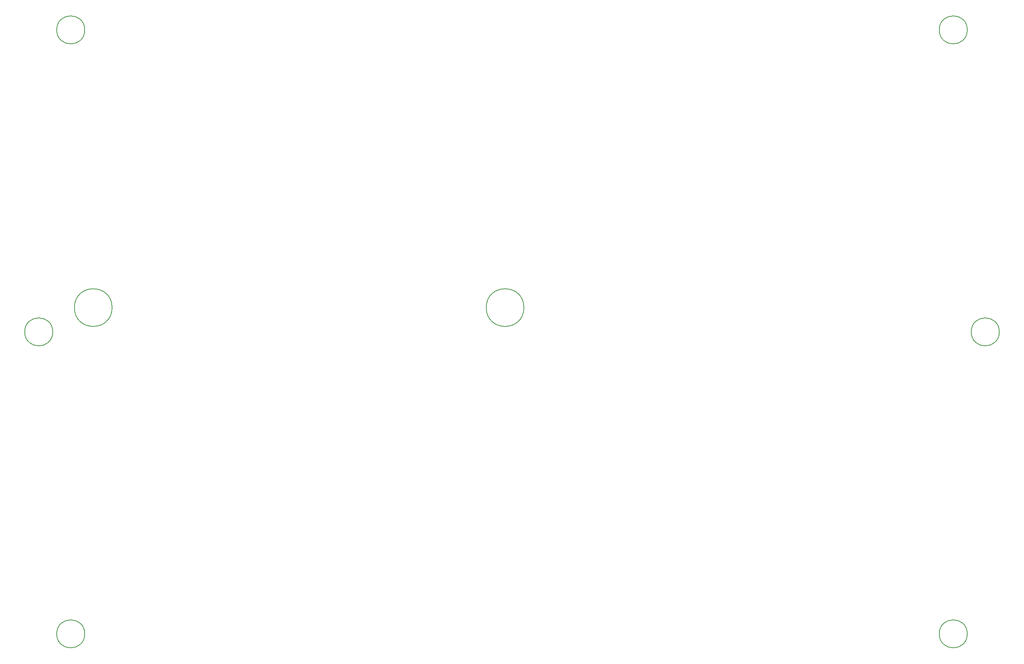
<source format=gbr>
%TF.GenerationSoftware,KiCad,Pcbnew,(6.0.0-0)*%
%TF.CreationDate,2022-12-23T14:22:00+01:00*%
%TF.ProjectId,garden-box,67617264-656e-42d6-926f-782e6b696361,rev?*%
%TF.SameCoordinates,Original*%
%TF.FileFunction,Other,Comment*%
%FSLAX46Y46*%
G04 Gerber Fmt 4.6, Leading zero omitted, Abs format (unit mm)*
G04 Created by KiCad (PCBNEW (6.0.0-0)) date 2022-12-23 14:22:00*
%MOMM*%
%LPD*%
G01*
G04 APERTURE LIST*
%ADD10C,0.150000*%
G04 APERTURE END LIST*
D10*
%TO.C,REF\u002A\u002A*%
X53940000Y-84690000D02*
G75*
G03*
X53940000Y-84690000I-4300000J0D01*
G01*
X147920000Y-84690000D02*
G75*
G03*
X147920000Y-84690000I-4300000J0D01*
G01*
X249100000Y-159240000D02*
G75*
G03*
X249100000Y-159240000I-3200000J0D01*
G01*
X47700000Y-159240000D02*
G75*
G03*
X47700000Y-159240000I-3200000J0D01*
G01*
X47700000Y-21240000D02*
G75*
G03*
X47700000Y-21240000I-3200000J0D01*
G01*
X40400000Y-90240000D02*
G75*
G03*
X40400000Y-90240000I-3200000J0D01*
G01*
X256400000Y-90240000D02*
G75*
G03*
X256400000Y-90240000I-3200000J0D01*
G01*
X249100000Y-21240000D02*
G75*
G03*
X249100000Y-21240000I-3200000J0D01*
G01*
%TD*%
M02*

</source>
